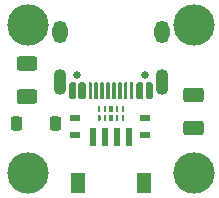
<source format=gts>
G04 #@! TF.GenerationSoftware,KiCad,Pcbnew,(5.1.10)-1*
G04 #@! TF.CreationDate,2021-09-28T15:44:08+07:00*
G04 #@! TF.ProjectId,Unified-Daughterboard,556e6966-6965-4642-9d44-617567687465,C3*
G04 #@! TF.SameCoordinates,Original*
G04 #@! TF.FileFunction,Soldermask,Top*
G04 #@! TF.FilePolarity,Negative*
%FSLAX46Y46*%
G04 Gerber Fmt 4.6, Leading zero omitted, Abs format (unit mm)*
G04 Created by KiCad (PCBNEW (5.1.10)-1) date 2021-09-28 15:44:08*
%MOMM*%
%LPD*%
G01*
G04 APERTURE LIST*
%ADD10R,0.250000X0.550000*%
%ADD11R,0.300000X0.550000*%
%ADD12R,0.900000X0.500000*%
%ADD13O,1.100000X2.200000*%
%ADD14O,1.300000X1.900000*%
%ADD15C,0.650000*%
%ADD16C,3.500001*%
%ADD17R,0.600000X1.550000*%
%ADD18R,1.200000X1.800000*%
G04 APERTURE END LIST*
G36*
G01*
X73877500Y-66561400D02*
X73877500Y-66261400D01*
G75*
G02*
X74002500Y-66136400I125000J0D01*
G01*
X74002500Y-66136400D01*
G75*
G02*
X74127500Y-66261400I0J-125000D01*
G01*
X74127500Y-66561400D01*
G75*
G02*
X74002500Y-66686400I-125000J0D01*
G01*
X74002500Y-66686400D01*
G75*
G02*
X73877500Y-66561400I0J125000D01*
G01*
G37*
D10*
X74502500Y-66411400D03*
D11*
X75002500Y-66411400D03*
D10*
X75502500Y-66411400D03*
X76002500Y-66411400D03*
X74502500Y-65641400D03*
X76002500Y-65641400D03*
X75502500Y-65641400D03*
X74002500Y-65641400D03*
D11*
X75002500Y-65641400D03*
G36*
G01*
X82612500Y-65099000D02*
X81362500Y-65099000D01*
G75*
G02*
X81112500Y-64849000I0J250000D01*
G01*
X81112500Y-64099000D01*
G75*
G02*
X81362500Y-63849000I250000J0D01*
G01*
X82612500Y-63849000D01*
G75*
G02*
X82862500Y-64099000I0J-250000D01*
G01*
X82862500Y-64849000D01*
G75*
G02*
X82612500Y-65099000I-250000J0D01*
G01*
G37*
G36*
G01*
X82612500Y-67899000D02*
X81362500Y-67899000D01*
G75*
G02*
X81112500Y-67649000I0J250000D01*
G01*
X81112500Y-66899000D01*
G75*
G02*
X81362500Y-66649000I250000J0D01*
G01*
X82612500Y-66649000D01*
G75*
G02*
X82862500Y-66899000I0J-250000D01*
G01*
X82862500Y-67649000D01*
G75*
G02*
X82612500Y-67899000I-250000J0D01*
G01*
G37*
D12*
X71954500Y-66379000D03*
X71954500Y-67879000D03*
G36*
G01*
X67265500Y-63982000D02*
X68515500Y-63982000D01*
G75*
G02*
X68765500Y-64232000I0J-250000D01*
G01*
X68765500Y-64982000D01*
G75*
G02*
X68515500Y-65232000I-250000J0D01*
G01*
X67265500Y-65232000D01*
G75*
G02*
X67015500Y-64982000I0J250000D01*
G01*
X67015500Y-64232000D01*
G75*
G02*
X67265500Y-63982000I250000J0D01*
G01*
G37*
G36*
G01*
X67265500Y-61182000D02*
X68515500Y-61182000D01*
G75*
G02*
X68765500Y-61432000I0J-250000D01*
G01*
X68765500Y-62182000D01*
G75*
G02*
X68515500Y-62432000I-250000J0D01*
G01*
X67265500Y-62432000D01*
G75*
G02*
X67015500Y-62182000I0J250000D01*
G01*
X67015500Y-61432000D01*
G75*
G02*
X67265500Y-61182000I250000J0D01*
G01*
G37*
G36*
G01*
X70802500Y-66540000D02*
X70802500Y-67240000D01*
G75*
G02*
X70552500Y-67490000I-250000J0D01*
G01*
X70052500Y-67490000D01*
G75*
G02*
X69802500Y-67240000I0J250000D01*
G01*
X69802500Y-66540000D01*
G75*
G02*
X70052500Y-66290000I250000J0D01*
G01*
X70552500Y-66290000D01*
G75*
G02*
X70802500Y-66540000I0J-250000D01*
G01*
G37*
G36*
G01*
X67502500Y-66540000D02*
X67502500Y-67240000D01*
G75*
G02*
X67252500Y-67490000I-250000J0D01*
G01*
X66752500Y-67490000D01*
G75*
G02*
X66502500Y-67240000I0J250000D01*
G01*
X66502500Y-66540000D01*
G75*
G02*
X66752500Y-66290000I250000J0D01*
G01*
X67252500Y-66290000D01*
G75*
G02*
X67502500Y-66540000I0J-250000D01*
G01*
G37*
D13*
X70702500Y-63343000D03*
D14*
X70702500Y-59143000D03*
D15*
X72112500Y-62792000D03*
X77892500Y-62792000D03*
D14*
X79302500Y-59143000D03*
G36*
G01*
X78552500Y-63543000D02*
X78552500Y-64693000D01*
G75*
G02*
X78402500Y-64843000I-150000J0D01*
G01*
X78102500Y-64843000D01*
G75*
G02*
X77952500Y-64693000I0J150000D01*
G01*
X77952500Y-63543000D01*
G75*
G02*
X78102500Y-63393000I150000J0D01*
G01*
X78402500Y-63393000D01*
G75*
G02*
X78552500Y-63543000I0J-150000D01*
G01*
G37*
G36*
G01*
X76902500Y-63468000D02*
X76902500Y-64768000D01*
G75*
G02*
X76827500Y-64843000I-75000J0D01*
G01*
X76677500Y-64843000D01*
G75*
G02*
X76602500Y-64768000I0J75000D01*
G01*
X76602500Y-63468000D01*
G75*
G02*
X76677500Y-63393000I75000J0D01*
G01*
X76827500Y-63393000D01*
G75*
G02*
X76902500Y-63468000I0J-75000D01*
G01*
G37*
G36*
G01*
X76402500Y-63468000D02*
X76402500Y-64768000D01*
G75*
G02*
X76327500Y-64843000I-75000J0D01*
G01*
X76177500Y-64843000D01*
G75*
G02*
X76102500Y-64768000I0J75000D01*
G01*
X76102500Y-63468000D01*
G75*
G02*
X76177500Y-63393000I75000J0D01*
G01*
X76327500Y-63393000D01*
G75*
G02*
X76402500Y-63468000I0J-75000D01*
G01*
G37*
G36*
G01*
X75902500Y-63468000D02*
X75902500Y-64768000D01*
G75*
G02*
X75827500Y-64843000I-75000J0D01*
G01*
X75677500Y-64843000D01*
G75*
G02*
X75602500Y-64768000I0J75000D01*
G01*
X75602500Y-63468000D01*
G75*
G02*
X75677500Y-63393000I75000J0D01*
G01*
X75827500Y-63393000D01*
G75*
G02*
X75902500Y-63468000I0J-75000D01*
G01*
G37*
G36*
G01*
X75406500Y-63468000D02*
X75406500Y-64768000D01*
G75*
G02*
X75331500Y-64843000I-75000J0D01*
G01*
X75181500Y-64843000D01*
G75*
G02*
X75106500Y-64768000I0J75000D01*
G01*
X75106500Y-63468000D01*
G75*
G02*
X75181500Y-63393000I75000J0D01*
G01*
X75331500Y-63393000D01*
G75*
G02*
X75406500Y-63468000I0J-75000D01*
G01*
G37*
G36*
G01*
X73402500Y-63468000D02*
X73402500Y-64768000D01*
G75*
G02*
X73327500Y-64843000I-75000J0D01*
G01*
X73177500Y-64843000D01*
G75*
G02*
X73102500Y-64768000I0J75000D01*
G01*
X73102500Y-63468000D01*
G75*
G02*
X73177500Y-63393000I75000J0D01*
G01*
X73327500Y-63393000D01*
G75*
G02*
X73402500Y-63468000I0J-75000D01*
G01*
G37*
G36*
G01*
X73902500Y-63468000D02*
X73902500Y-64768000D01*
G75*
G02*
X73827500Y-64843000I-75000J0D01*
G01*
X73677500Y-64843000D01*
G75*
G02*
X73602500Y-64768000I0J75000D01*
G01*
X73602500Y-63468000D01*
G75*
G02*
X73677500Y-63393000I75000J0D01*
G01*
X73827500Y-63393000D01*
G75*
G02*
X73902500Y-63468000I0J-75000D01*
G01*
G37*
G36*
G01*
X74402500Y-63468000D02*
X74402500Y-64768000D01*
G75*
G02*
X74327500Y-64843000I-75000J0D01*
G01*
X74177500Y-64843000D01*
G75*
G02*
X74102500Y-64768000I0J75000D01*
G01*
X74102500Y-63468000D01*
G75*
G02*
X74177500Y-63393000I75000J0D01*
G01*
X74327500Y-63393000D01*
G75*
G02*
X74402500Y-63468000I0J-75000D01*
G01*
G37*
G36*
G01*
X74902500Y-63468000D02*
X74902500Y-64768000D01*
G75*
G02*
X74827500Y-64843000I-75000J0D01*
G01*
X74677500Y-64843000D01*
G75*
G02*
X74602500Y-64768000I0J75000D01*
G01*
X74602500Y-63468000D01*
G75*
G02*
X74677500Y-63393000I75000J0D01*
G01*
X74827500Y-63393000D01*
G75*
G02*
X74902500Y-63468000I0J-75000D01*
G01*
G37*
D13*
X79302500Y-63343000D03*
G36*
G01*
X77752500Y-63543000D02*
X77752500Y-64693000D01*
G75*
G02*
X77602500Y-64843000I-150000J0D01*
G01*
X77302500Y-64843000D01*
G75*
G02*
X77152500Y-64693000I0J150000D01*
G01*
X77152500Y-63543000D01*
G75*
G02*
X77302500Y-63393000I150000J0D01*
G01*
X77602500Y-63393000D01*
G75*
G02*
X77752500Y-63543000I0J-150000D01*
G01*
G37*
G36*
G01*
X72052500Y-63543000D02*
X72052500Y-64693000D01*
G75*
G02*
X71902500Y-64843000I-150000J0D01*
G01*
X71602500Y-64843000D01*
G75*
G02*
X71452500Y-64693000I0J150000D01*
G01*
X71452500Y-63543000D01*
G75*
G02*
X71602500Y-63393000I150000J0D01*
G01*
X71902500Y-63393000D01*
G75*
G02*
X72052500Y-63543000I0J-150000D01*
G01*
G37*
G36*
G01*
X72852500Y-63543000D02*
X72852500Y-64693000D01*
G75*
G02*
X72702500Y-64843000I-150000J0D01*
G01*
X72402500Y-64843000D01*
G75*
G02*
X72252500Y-64693000I0J150000D01*
G01*
X72252500Y-63543000D01*
G75*
G02*
X72402500Y-63393000I150000J0D01*
G01*
X72702500Y-63393000D01*
G75*
G02*
X72852500Y-63543000I0J-150000D01*
G01*
G37*
D16*
X68004500Y-58543000D03*
X82004500Y-58543000D03*
X68004500Y-71043000D03*
X82004500Y-71043000D03*
D17*
X75504500Y-68018000D03*
X76504500Y-68018000D03*
X74504500Y-68018000D03*
X73504500Y-68018000D03*
D18*
X72204500Y-71893000D03*
X77804500Y-71893000D03*
D12*
X77923500Y-67879000D03*
X77923500Y-66379000D03*
M02*

</source>
